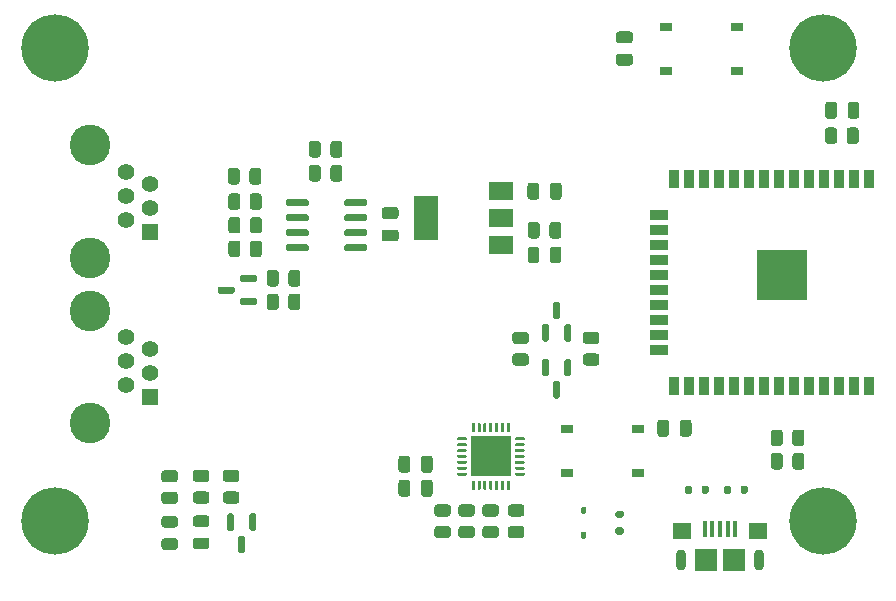
<source format=gbr>
G04 #@! TF.GenerationSoftware,KiCad,Pcbnew,7.0.2.1-36-g582732918d-dirty-deb11*
G04 #@! TF.CreationDate,2023-06-21T13:54:50+00:00*
G04 #@! TF.ProjectId,LocoBuffer,4c6f636f-4275-4666-9665-722e6b696361,rev?*
G04 #@! TF.SameCoordinates,Original*
G04 #@! TF.FileFunction,Soldermask,Top*
G04 #@! TF.FilePolarity,Negative*
%FSLAX46Y46*%
G04 Gerber Fmt 4.6, Leading zero omitted, Abs format (unit mm)*
G04 Created by KiCad (PCBNEW 7.0.2.1-36-g582732918d-dirty-deb11) date 2023-06-21 13:54:50*
%MOMM*%
%LPD*%
G01*
G04 APERTURE LIST*
%ADD10C,3.450000*%
%ADD11R,1.398000X1.398000*%
%ADD12C,1.398000*%
%ADD13R,1.000000X0.750000*%
%ADD14C,5.700000*%
%ADD15R,2.000000X1.500000*%
%ADD16R,2.000000X3.800000*%
%ADD17R,0.900000X1.500000*%
%ADD18R,1.500000X0.900000*%
%ADD19C,0.600000*%
%ADD20R,4.200000X4.200000*%
%ADD21R,3.350000X3.350000*%
%ADD22R,0.400000X1.350000*%
%ADD23R,1.600000X1.400000*%
%ADD24R,1.900000X1.900000*%
%ADD25O,0.900000X1.800000*%
G04 APERTURE END LIST*
G36*
G01*
X45160250Y-117480000D02*
X44247750Y-117480000D01*
G75*
G02*
X44004000Y-117236250I0J243750D01*
G01*
X44004000Y-116748750D01*
G75*
G02*
X44247750Y-116505000I243750J0D01*
G01*
X45160250Y-116505000D01*
G75*
G02*
X45404000Y-116748750I0J-243750D01*
G01*
X45404000Y-117236250D01*
G75*
G02*
X45160250Y-117480000I-243750J0D01*
G01*
G37*
G36*
G01*
X45160250Y-115605000D02*
X44247750Y-115605000D01*
G75*
G02*
X44004000Y-115361250I0J243750D01*
G01*
X44004000Y-114873750D01*
G75*
G02*
X44247750Y-114630000I243750J0D01*
G01*
X45160250Y-114630000D01*
G75*
G02*
X45404000Y-114873750I0J-243750D01*
G01*
X45404000Y-115361250D01*
G75*
G02*
X45160250Y-115605000I-243750J0D01*
G01*
G37*
D10*
X38000000Y-83237500D03*
X38000000Y-92762500D03*
D11*
X43080000Y-90540000D03*
D12*
X41050000Y-89524000D03*
X43080000Y-88508000D03*
X41048000Y-87492000D03*
X43080000Y-86476000D03*
X41050000Y-85460000D03*
D10*
X38000000Y-97237500D03*
X38000000Y-106762500D03*
D11*
X43080000Y-104540000D03*
D12*
X41050000Y-103524000D03*
X43080000Y-102508000D03*
X41048000Y-101492000D03*
X43080000Y-100476000D03*
X41050000Y-99460000D03*
G36*
G01*
X49679800Y-90447800D02*
X49679800Y-89547800D01*
G75*
G02*
X49929800Y-89297800I250000J0D01*
G01*
X50454800Y-89297800D01*
G75*
G02*
X50704800Y-89547800I0J-250000D01*
G01*
X50704800Y-90447800D01*
G75*
G02*
X50454800Y-90697800I-250000J0D01*
G01*
X49929800Y-90697800D01*
G75*
G02*
X49679800Y-90447800I0J250000D01*
G01*
G37*
G36*
G01*
X51504800Y-90447800D02*
X51504800Y-89547800D01*
G75*
G02*
X51754800Y-89297800I250000J0D01*
G01*
X52279800Y-89297800D01*
G75*
G02*
X52529800Y-89547800I0J-250000D01*
G01*
X52529800Y-90447800D01*
G75*
G02*
X52279800Y-90697800I-250000J0D01*
G01*
X51754800Y-90697800D01*
G75*
G02*
X51504800Y-90447800I0J250000D01*
G01*
G37*
G36*
G01*
X52529800Y-91548800D02*
X52529800Y-92448800D01*
G75*
G02*
X52279800Y-92698800I-250000J0D01*
G01*
X51754800Y-92698800D01*
G75*
G02*
X51504800Y-92448800I0J250000D01*
G01*
X51504800Y-91548800D01*
G75*
G02*
X51754800Y-91298800I250000J0D01*
G01*
X52279800Y-91298800D01*
G75*
G02*
X52529800Y-91548800I0J-250000D01*
G01*
G37*
G36*
G01*
X50704800Y-91548800D02*
X50704800Y-92448800D01*
G75*
G02*
X50454800Y-92698800I-250000J0D01*
G01*
X49929800Y-92698800D01*
G75*
G02*
X49679800Y-92448800I0J250000D01*
G01*
X49679800Y-91548800D01*
G75*
G02*
X49929800Y-91298800I250000J0D01*
G01*
X50454800Y-91298800D01*
G75*
G02*
X50704800Y-91548800I0J-250000D01*
G01*
G37*
G36*
G01*
X59337000Y-83116000D02*
X59337000Y-84016000D01*
G75*
G02*
X59087000Y-84266000I-250000J0D01*
G01*
X58562000Y-84266000D01*
G75*
G02*
X58312000Y-84016000I0J250000D01*
G01*
X58312000Y-83116000D01*
G75*
G02*
X58562000Y-82866000I250000J0D01*
G01*
X59087000Y-82866000D01*
G75*
G02*
X59337000Y-83116000I0J-250000D01*
G01*
G37*
G36*
G01*
X57512000Y-83116000D02*
X57512000Y-84016000D01*
G75*
G02*
X57262000Y-84266000I-250000J0D01*
G01*
X56737000Y-84266000D01*
G75*
G02*
X56487000Y-84016000I0J250000D01*
G01*
X56487000Y-83116000D01*
G75*
G02*
X56737000Y-82866000I250000J0D01*
G01*
X57262000Y-82866000D01*
G75*
G02*
X57512000Y-83116000I0J-250000D01*
G01*
G37*
G36*
G01*
X49662500Y-88450000D02*
X49662500Y-87550000D01*
G75*
G02*
X49912500Y-87300000I250000J0D01*
G01*
X50437500Y-87300000D01*
G75*
G02*
X50687500Y-87550000I0J-250000D01*
G01*
X50687500Y-88450000D01*
G75*
G02*
X50437500Y-88700000I-250000J0D01*
G01*
X49912500Y-88700000D01*
G75*
G02*
X49662500Y-88450000I0J250000D01*
G01*
G37*
G36*
G01*
X51487500Y-88450000D02*
X51487500Y-87550000D01*
G75*
G02*
X51737500Y-87300000I250000J0D01*
G01*
X52262500Y-87300000D01*
G75*
G02*
X52512500Y-87550000I0J-250000D01*
G01*
X52512500Y-88450000D01*
G75*
G02*
X52262500Y-88700000I-250000J0D01*
G01*
X51737500Y-88700000D01*
G75*
G02*
X51487500Y-88450000I0J250000D01*
G01*
G37*
G36*
G01*
X52479000Y-85402000D02*
X52479000Y-86302000D01*
G75*
G02*
X52229000Y-86552000I-250000J0D01*
G01*
X51704000Y-86552000D01*
G75*
G02*
X51454000Y-86302000I0J250000D01*
G01*
X51454000Y-85402000D01*
G75*
G02*
X51704000Y-85152000I250000J0D01*
G01*
X52229000Y-85152000D01*
G75*
G02*
X52479000Y-85402000I0J-250000D01*
G01*
G37*
G36*
G01*
X50654000Y-85402000D02*
X50654000Y-86302000D01*
G75*
G02*
X50404000Y-86552000I-250000J0D01*
G01*
X49879000Y-86552000D01*
G75*
G02*
X49629000Y-86302000I0J250000D01*
G01*
X49629000Y-85402000D01*
G75*
G02*
X49879000Y-85152000I250000J0D01*
G01*
X50404000Y-85152000D01*
G75*
G02*
X50654000Y-85402000I0J-250000D01*
G01*
G37*
G36*
G01*
X45154000Y-113591500D02*
X44254000Y-113591500D01*
G75*
G02*
X44004000Y-113341500I0J250000D01*
G01*
X44004000Y-112816500D01*
G75*
G02*
X44254000Y-112566500I250000J0D01*
G01*
X45154000Y-112566500D01*
G75*
G02*
X45404000Y-112816500I0J-250000D01*
G01*
X45404000Y-113341500D01*
G75*
G02*
X45154000Y-113591500I-250000J0D01*
G01*
G37*
G36*
G01*
X45154000Y-111766500D02*
X44254000Y-111766500D01*
G75*
G02*
X44004000Y-111516500I0J250000D01*
G01*
X44004000Y-110991500D01*
G75*
G02*
X44254000Y-110741500I250000J0D01*
G01*
X45154000Y-110741500D01*
G75*
G02*
X45404000Y-110991500I0J-250000D01*
G01*
X45404000Y-111516500D01*
G75*
G02*
X45154000Y-111766500I-250000J0D01*
G01*
G37*
G36*
G01*
X59337500Y-85148000D02*
X59337500Y-86048000D01*
G75*
G02*
X59087500Y-86298000I-250000J0D01*
G01*
X58562500Y-86298000D01*
G75*
G02*
X58312500Y-86048000I0J250000D01*
G01*
X58312500Y-85148000D01*
G75*
G02*
X58562500Y-84898000I250000J0D01*
G01*
X59087500Y-84898000D01*
G75*
G02*
X59337500Y-85148000I0J-250000D01*
G01*
G37*
G36*
G01*
X57512500Y-85148000D02*
X57512500Y-86048000D01*
G75*
G02*
X57262500Y-86298000I-250000J0D01*
G01*
X56737500Y-86298000D01*
G75*
G02*
X56487500Y-86048000I0J250000D01*
G01*
X56487500Y-85148000D01*
G75*
G02*
X56737500Y-84898000I250000J0D01*
G01*
X57262500Y-84898000D01*
G75*
G02*
X57512500Y-85148000I0J-250000D01*
G01*
G37*
G36*
G01*
X47821000Y-113566000D02*
X46921000Y-113566000D01*
G75*
G02*
X46671000Y-113316000I0J250000D01*
G01*
X46671000Y-112791000D01*
G75*
G02*
X46921000Y-112541000I250000J0D01*
G01*
X47821000Y-112541000D01*
G75*
G02*
X48071000Y-112791000I0J-250000D01*
G01*
X48071000Y-113316000D01*
G75*
G02*
X47821000Y-113566000I-250000J0D01*
G01*
G37*
G36*
G01*
X47821000Y-111741000D02*
X46921000Y-111741000D01*
G75*
G02*
X46671000Y-111491000I0J250000D01*
G01*
X46671000Y-110966000D01*
G75*
G02*
X46921000Y-110716000I250000J0D01*
G01*
X47821000Y-110716000D01*
G75*
G02*
X48071000Y-110966000I0J-250000D01*
G01*
X48071000Y-111491000D01*
G75*
G02*
X47821000Y-111741000I-250000J0D01*
G01*
G37*
G36*
G01*
X49461000Y-110716000D02*
X50361000Y-110716000D01*
G75*
G02*
X50611000Y-110966000I0J-250000D01*
G01*
X50611000Y-111491000D01*
G75*
G02*
X50361000Y-111741000I-250000J0D01*
G01*
X49461000Y-111741000D01*
G75*
G02*
X49211000Y-111491000I0J250000D01*
G01*
X49211000Y-110966000D01*
G75*
G02*
X49461000Y-110716000I250000J0D01*
G01*
G37*
G36*
G01*
X49461000Y-112541000D02*
X50361000Y-112541000D01*
G75*
G02*
X50611000Y-112791000I0J-250000D01*
G01*
X50611000Y-113316000D01*
G75*
G02*
X50361000Y-113566000I-250000J0D01*
G01*
X49461000Y-113566000D01*
G75*
G02*
X49211000Y-113316000I0J250000D01*
G01*
X49211000Y-112791000D01*
G75*
G02*
X49461000Y-112541000I250000J0D01*
G01*
G37*
G36*
G01*
X55781000Y-94038000D02*
X55781000Y-94938000D01*
G75*
G02*
X55531000Y-95188000I-250000J0D01*
G01*
X55006000Y-95188000D01*
G75*
G02*
X54756000Y-94938000I0J250000D01*
G01*
X54756000Y-94038000D01*
G75*
G02*
X55006000Y-93788000I250000J0D01*
G01*
X55531000Y-93788000D01*
G75*
G02*
X55781000Y-94038000I0J-250000D01*
G01*
G37*
G36*
G01*
X53956000Y-94038000D02*
X53956000Y-94938000D01*
G75*
G02*
X53706000Y-95188000I-250000J0D01*
G01*
X53181000Y-95188000D01*
G75*
G02*
X52931000Y-94938000I0J250000D01*
G01*
X52931000Y-94038000D01*
G75*
G02*
X53181000Y-93788000I250000J0D01*
G01*
X53706000Y-93788000D01*
G75*
G02*
X53956000Y-94038000I0J-250000D01*
G01*
G37*
G36*
G01*
X55781000Y-96038000D02*
X55781000Y-96938000D01*
G75*
G02*
X55531000Y-97188000I-250000J0D01*
G01*
X55006000Y-97188000D01*
G75*
G02*
X54756000Y-96938000I0J250000D01*
G01*
X54756000Y-96038000D01*
G75*
G02*
X55006000Y-95788000I250000J0D01*
G01*
X55531000Y-95788000D01*
G75*
G02*
X55781000Y-96038000I0J-250000D01*
G01*
G37*
G36*
G01*
X53956000Y-96038000D02*
X53956000Y-96938000D01*
G75*
G02*
X53706000Y-97188000I-250000J0D01*
G01*
X53181000Y-97188000D01*
G75*
G02*
X52931000Y-96938000I0J250000D01*
G01*
X52931000Y-96038000D01*
G75*
G02*
X53181000Y-95788000I250000J0D01*
G01*
X53706000Y-95788000D01*
G75*
G02*
X53956000Y-96038000I0J-250000D01*
G01*
G37*
D13*
X86710000Y-73212000D03*
X92710000Y-73212000D03*
X86710000Y-76962000D03*
X92710000Y-76962000D03*
G36*
G01*
X54550000Y-88245000D02*
X54550000Y-87945000D01*
G75*
G02*
X54700000Y-87795000I150000J0D01*
G01*
X56350000Y-87795000D01*
G75*
G02*
X56500000Y-87945000I0J-150000D01*
G01*
X56500000Y-88245000D01*
G75*
G02*
X56350000Y-88395000I-150000J0D01*
G01*
X54700000Y-88395000D01*
G75*
G02*
X54550000Y-88245000I0J150000D01*
G01*
G37*
G36*
G01*
X54550000Y-89515000D02*
X54550000Y-89215000D01*
G75*
G02*
X54700000Y-89065000I150000J0D01*
G01*
X56350000Y-89065000D01*
G75*
G02*
X56500000Y-89215000I0J-150000D01*
G01*
X56500000Y-89515000D01*
G75*
G02*
X56350000Y-89665000I-150000J0D01*
G01*
X54700000Y-89665000D01*
G75*
G02*
X54550000Y-89515000I0J150000D01*
G01*
G37*
G36*
G01*
X54550000Y-90785000D02*
X54550000Y-90485000D01*
G75*
G02*
X54700000Y-90335000I150000J0D01*
G01*
X56350000Y-90335000D01*
G75*
G02*
X56500000Y-90485000I0J-150000D01*
G01*
X56500000Y-90785000D01*
G75*
G02*
X56350000Y-90935000I-150000J0D01*
G01*
X54700000Y-90935000D01*
G75*
G02*
X54550000Y-90785000I0J150000D01*
G01*
G37*
G36*
G01*
X54550000Y-92055000D02*
X54550000Y-91755000D01*
G75*
G02*
X54700000Y-91605000I150000J0D01*
G01*
X56350000Y-91605000D01*
G75*
G02*
X56500000Y-91755000I0J-150000D01*
G01*
X56500000Y-92055000D01*
G75*
G02*
X56350000Y-92205000I-150000J0D01*
G01*
X54700000Y-92205000D01*
G75*
G02*
X54550000Y-92055000I0J150000D01*
G01*
G37*
G36*
G01*
X59500000Y-92055000D02*
X59500000Y-91755000D01*
G75*
G02*
X59650000Y-91605000I150000J0D01*
G01*
X61300000Y-91605000D01*
G75*
G02*
X61450000Y-91755000I0J-150000D01*
G01*
X61450000Y-92055000D01*
G75*
G02*
X61300000Y-92205000I-150000J0D01*
G01*
X59650000Y-92205000D01*
G75*
G02*
X59500000Y-92055000I0J150000D01*
G01*
G37*
G36*
G01*
X59500000Y-90785000D02*
X59500000Y-90485000D01*
G75*
G02*
X59650000Y-90335000I150000J0D01*
G01*
X61300000Y-90335000D01*
G75*
G02*
X61450000Y-90485000I0J-150000D01*
G01*
X61450000Y-90785000D01*
G75*
G02*
X61300000Y-90935000I-150000J0D01*
G01*
X59650000Y-90935000D01*
G75*
G02*
X59500000Y-90785000I0J150000D01*
G01*
G37*
G36*
G01*
X59500000Y-89515000D02*
X59500000Y-89215000D01*
G75*
G02*
X59650000Y-89065000I150000J0D01*
G01*
X61300000Y-89065000D01*
G75*
G02*
X61450000Y-89215000I0J-150000D01*
G01*
X61450000Y-89515000D01*
G75*
G02*
X61300000Y-89665000I-150000J0D01*
G01*
X59650000Y-89665000D01*
G75*
G02*
X59500000Y-89515000I0J150000D01*
G01*
G37*
G36*
G01*
X59500000Y-88245000D02*
X59500000Y-87945000D01*
G75*
G02*
X59650000Y-87795000I150000J0D01*
G01*
X61300000Y-87795000D01*
G75*
G02*
X61450000Y-87945000I0J-150000D01*
G01*
X61450000Y-88245000D01*
G75*
G02*
X61300000Y-88395000I-150000J0D01*
G01*
X59650000Y-88395000D01*
G75*
G02*
X59500000Y-88245000I0J150000D01*
G01*
G37*
D14*
X35000000Y-75000000D03*
X35000000Y-115000000D03*
X100000000Y-115000000D03*
X100000000Y-75000000D03*
G36*
G01*
X47827250Y-117424500D02*
X46914750Y-117424500D01*
G75*
G02*
X46671000Y-117180750I0J243750D01*
G01*
X46671000Y-116693250D01*
G75*
G02*
X46914750Y-116449500I243750J0D01*
G01*
X47827250Y-116449500D01*
G75*
G02*
X48071000Y-116693250I0J-243750D01*
G01*
X48071000Y-117180750D01*
G75*
G02*
X47827250Y-117424500I-243750J0D01*
G01*
G37*
G36*
G01*
X47827250Y-115549500D02*
X46914750Y-115549500D01*
G75*
G02*
X46671000Y-115305750I0J243750D01*
G01*
X46671000Y-114818250D01*
G75*
G02*
X46914750Y-114574500I243750J0D01*
G01*
X47827250Y-114574500D01*
G75*
G02*
X48071000Y-114818250I0J-243750D01*
G01*
X48071000Y-115305750D01*
G75*
G02*
X47827250Y-115549500I-243750J0D01*
G01*
G37*
G36*
G01*
X51600000Y-114403000D02*
X51900000Y-114403000D01*
G75*
G02*
X52050000Y-114553000I0J-150000D01*
G01*
X52050000Y-115728000D01*
G75*
G02*
X51900000Y-115878000I-150000J0D01*
G01*
X51600000Y-115878000D01*
G75*
G02*
X51450000Y-115728000I0J150000D01*
G01*
X51450000Y-114553000D01*
G75*
G02*
X51600000Y-114403000I150000J0D01*
G01*
G37*
G36*
G01*
X49700000Y-114403000D02*
X50000000Y-114403000D01*
G75*
G02*
X50150000Y-114553000I0J-150000D01*
G01*
X50150000Y-115728000D01*
G75*
G02*
X50000000Y-115878000I-150000J0D01*
G01*
X49700000Y-115878000D01*
G75*
G02*
X49550000Y-115728000I0J150000D01*
G01*
X49550000Y-114553000D01*
G75*
G02*
X49700000Y-114403000I150000J0D01*
G01*
G37*
G36*
G01*
X50650000Y-116278000D02*
X50950000Y-116278000D01*
G75*
G02*
X51100000Y-116428000I0J-150000D01*
G01*
X51100000Y-117603000D01*
G75*
G02*
X50950000Y-117753000I-150000J0D01*
G01*
X50650000Y-117753000D01*
G75*
G02*
X50500000Y-117603000I0J150000D01*
G01*
X50500000Y-116428000D01*
G75*
G02*
X50650000Y-116278000I150000J0D01*
G01*
G37*
G36*
G01*
X52118500Y-96288000D02*
X52118500Y-96588000D01*
G75*
G02*
X51968500Y-96738000I-150000J0D01*
G01*
X50793500Y-96738000D01*
G75*
G02*
X50643500Y-96588000I0J150000D01*
G01*
X50643500Y-96288000D01*
G75*
G02*
X50793500Y-96138000I150000J0D01*
G01*
X51968500Y-96138000D01*
G75*
G02*
X52118500Y-96288000I0J-150000D01*
G01*
G37*
G36*
G01*
X52118500Y-94388000D02*
X52118500Y-94688000D01*
G75*
G02*
X51968500Y-94838000I-150000J0D01*
G01*
X50793500Y-94838000D01*
G75*
G02*
X50643500Y-94688000I0J150000D01*
G01*
X50643500Y-94388000D01*
G75*
G02*
X50793500Y-94238000I150000J0D01*
G01*
X51968500Y-94238000D01*
G75*
G02*
X52118500Y-94388000I0J-150000D01*
G01*
G37*
G36*
G01*
X50243500Y-95338000D02*
X50243500Y-95638000D01*
G75*
G02*
X50093500Y-95788000I-150000J0D01*
G01*
X48918500Y-95788000D01*
G75*
G02*
X48768500Y-95638000I0J150000D01*
G01*
X48768500Y-95338000D01*
G75*
G02*
X48918500Y-95188000I150000J0D01*
G01*
X50093500Y-95188000D01*
G75*
G02*
X50243500Y-95338000I0J-150000D01*
G01*
G37*
D15*
X72746000Y-91708000D03*
X72746000Y-89408000D03*
D16*
X66446000Y-89408000D03*
D15*
X72746000Y-87108000D03*
G36*
G01*
X77879000Y-89974000D02*
X77879000Y-90874000D01*
G75*
G02*
X77629000Y-91124000I-250000J0D01*
G01*
X77104000Y-91124000D01*
G75*
G02*
X76854000Y-90874000I0J250000D01*
G01*
X76854000Y-89974000D01*
G75*
G02*
X77104000Y-89724000I250000J0D01*
G01*
X77629000Y-89724000D01*
G75*
G02*
X77879000Y-89974000I0J-250000D01*
G01*
G37*
G36*
G01*
X76054000Y-89974000D02*
X76054000Y-90874000D01*
G75*
G02*
X75804000Y-91124000I-250000J0D01*
G01*
X75279000Y-91124000D01*
G75*
G02*
X75029000Y-90874000I0J250000D01*
G01*
X75029000Y-89974000D01*
G75*
G02*
X75279000Y-89724000I250000J0D01*
G01*
X75804000Y-89724000D01*
G75*
G02*
X76054000Y-89974000I0J-250000D01*
G01*
G37*
G36*
G01*
X75004000Y-87597000D02*
X75004000Y-86647000D01*
G75*
G02*
X75254000Y-86397000I250000J0D01*
G01*
X75754000Y-86397000D01*
G75*
G02*
X76004000Y-86647000I0J-250000D01*
G01*
X76004000Y-87597000D01*
G75*
G02*
X75754000Y-87847000I-250000J0D01*
G01*
X75254000Y-87847000D01*
G75*
G02*
X75004000Y-87597000I0J250000D01*
G01*
G37*
G36*
G01*
X76904000Y-87597000D02*
X76904000Y-86647000D01*
G75*
G02*
X77154000Y-86397000I250000J0D01*
G01*
X77654000Y-86397000D01*
G75*
G02*
X77904000Y-86647000I0J-250000D01*
G01*
X77904000Y-87597000D01*
G75*
G02*
X77654000Y-87847000I-250000J0D01*
G01*
X77154000Y-87847000D01*
G75*
G02*
X76904000Y-87597000I0J250000D01*
G01*
G37*
G36*
G01*
X98453000Y-109532000D02*
X98453000Y-110432000D01*
G75*
G02*
X98203000Y-110682000I-250000J0D01*
G01*
X97678000Y-110682000D01*
G75*
G02*
X97428000Y-110432000I0J250000D01*
G01*
X97428000Y-109532000D01*
G75*
G02*
X97678000Y-109282000I250000J0D01*
G01*
X98203000Y-109282000D01*
G75*
G02*
X98453000Y-109532000I0J-250000D01*
G01*
G37*
G36*
G01*
X96628000Y-109532000D02*
X96628000Y-110432000D01*
G75*
G02*
X96378000Y-110682000I-250000J0D01*
G01*
X95853000Y-110682000D01*
G75*
G02*
X95603000Y-110432000I0J250000D01*
G01*
X95603000Y-109532000D01*
G75*
G02*
X95853000Y-109282000I250000J0D01*
G01*
X96378000Y-109282000D01*
G75*
G02*
X96628000Y-109532000I0J-250000D01*
G01*
G37*
G36*
G01*
X78270000Y-101322000D02*
X78570000Y-101322000D01*
G75*
G02*
X78720000Y-101472000I0J-150000D01*
G01*
X78720000Y-102647000D01*
G75*
G02*
X78570000Y-102797000I-150000J0D01*
G01*
X78270000Y-102797000D01*
G75*
G02*
X78120000Y-102647000I0J150000D01*
G01*
X78120000Y-101472000D01*
G75*
G02*
X78270000Y-101322000I150000J0D01*
G01*
G37*
G36*
G01*
X76370000Y-101322000D02*
X76670000Y-101322000D01*
G75*
G02*
X76820000Y-101472000I0J-150000D01*
G01*
X76820000Y-102647000D01*
G75*
G02*
X76670000Y-102797000I-150000J0D01*
G01*
X76370000Y-102797000D01*
G75*
G02*
X76220000Y-102647000I0J150000D01*
G01*
X76220000Y-101472000D01*
G75*
G02*
X76370000Y-101322000I150000J0D01*
G01*
G37*
G36*
G01*
X77320000Y-103197000D02*
X77620000Y-103197000D01*
G75*
G02*
X77770000Y-103347000I0J-150000D01*
G01*
X77770000Y-104522000D01*
G75*
G02*
X77620000Y-104672000I-150000J0D01*
G01*
X77320000Y-104672000D01*
G75*
G02*
X77170000Y-104522000I0J150000D01*
G01*
X77170000Y-103347000D01*
G75*
G02*
X77320000Y-103197000I150000J0D01*
G01*
G37*
G36*
G01*
X82735000Y-73587000D02*
X83685000Y-73587000D01*
G75*
G02*
X83935000Y-73837000I0J-250000D01*
G01*
X83935000Y-74337000D01*
G75*
G02*
X83685000Y-74587000I-250000J0D01*
G01*
X82735000Y-74587000D01*
G75*
G02*
X82485000Y-74337000I0J250000D01*
G01*
X82485000Y-73837000D01*
G75*
G02*
X82735000Y-73587000I250000J0D01*
G01*
G37*
G36*
G01*
X82735000Y-75487000D02*
X83685000Y-75487000D01*
G75*
G02*
X83935000Y-75737000I0J-250000D01*
G01*
X83935000Y-76237000D01*
G75*
G02*
X83685000Y-76487000I-250000J0D01*
G01*
X82735000Y-76487000D01*
G75*
G02*
X82485000Y-76237000I0J250000D01*
G01*
X82485000Y-75737000D01*
G75*
G02*
X82735000Y-75487000I250000J0D01*
G01*
G37*
G36*
G01*
X73972000Y-99032000D02*
X74872000Y-99032000D01*
G75*
G02*
X75122000Y-99282000I0J-250000D01*
G01*
X75122000Y-99807000D01*
G75*
G02*
X74872000Y-100057000I-250000J0D01*
G01*
X73972000Y-100057000D01*
G75*
G02*
X73722000Y-99807000I0J250000D01*
G01*
X73722000Y-99282000D01*
G75*
G02*
X73972000Y-99032000I250000J0D01*
G01*
G37*
G36*
G01*
X73972000Y-100857000D02*
X74872000Y-100857000D01*
G75*
G02*
X75122000Y-101107000I0J-250000D01*
G01*
X75122000Y-101632000D01*
G75*
G02*
X74872000Y-101882000I-250000J0D01*
G01*
X73972000Y-101882000D01*
G75*
G02*
X73722000Y-101632000I0J250000D01*
G01*
X73722000Y-101107000D01*
G75*
G02*
X73972000Y-100857000I250000J0D01*
G01*
G37*
G36*
G01*
X69400000Y-113637000D02*
X70300000Y-113637000D01*
G75*
G02*
X70550000Y-113887000I0J-250000D01*
G01*
X70550000Y-114412000D01*
G75*
G02*
X70300000Y-114662000I-250000J0D01*
G01*
X69400000Y-114662000D01*
G75*
G02*
X69150000Y-114412000I0J250000D01*
G01*
X69150000Y-113887000D01*
G75*
G02*
X69400000Y-113637000I250000J0D01*
G01*
G37*
G36*
G01*
X69400000Y-115462000D02*
X70300000Y-115462000D01*
G75*
G02*
X70550000Y-115712000I0J-250000D01*
G01*
X70550000Y-116237000D01*
G75*
G02*
X70300000Y-116487000I-250000J0D01*
G01*
X69400000Y-116487000D01*
G75*
G02*
X69150000Y-116237000I0J250000D01*
G01*
X69150000Y-115712000D01*
G75*
G02*
X69400000Y-115462000I250000J0D01*
G01*
G37*
G36*
G01*
X74491000Y-116487000D02*
X73591000Y-116487000D01*
G75*
G02*
X73341000Y-116237000I0J250000D01*
G01*
X73341000Y-115712000D01*
G75*
G02*
X73591000Y-115462000I250000J0D01*
G01*
X74491000Y-115462000D01*
G75*
G02*
X74741000Y-115712000I0J-250000D01*
G01*
X74741000Y-116237000D01*
G75*
G02*
X74491000Y-116487000I-250000J0D01*
G01*
G37*
G36*
G01*
X74491000Y-114662000D02*
X73591000Y-114662000D01*
G75*
G02*
X73341000Y-114412000I0J250000D01*
G01*
X73341000Y-113887000D01*
G75*
G02*
X73591000Y-113637000I250000J0D01*
G01*
X74491000Y-113637000D01*
G75*
G02*
X74741000Y-113887000I0J-250000D01*
G01*
X74741000Y-114412000D01*
G75*
G02*
X74491000Y-114662000I-250000J0D01*
G01*
G37*
G36*
G01*
X62898000Y-88466000D02*
X63848000Y-88466000D01*
G75*
G02*
X64098000Y-88716000I0J-250000D01*
G01*
X64098000Y-89216000D01*
G75*
G02*
X63848000Y-89466000I-250000J0D01*
G01*
X62898000Y-89466000D01*
G75*
G02*
X62648000Y-89216000I0J250000D01*
G01*
X62648000Y-88716000D01*
G75*
G02*
X62898000Y-88466000I250000J0D01*
G01*
G37*
G36*
G01*
X62898000Y-90366000D02*
X63848000Y-90366000D01*
G75*
G02*
X64098000Y-90616000I0J-250000D01*
G01*
X64098000Y-91116000D01*
G75*
G02*
X63848000Y-91366000I-250000J0D01*
G01*
X62898000Y-91366000D01*
G75*
G02*
X62648000Y-91116000I0J250000D01*
G01*
X62648000Y-90616000D01*
G75*
G02*
X62898000Y-90366000I250000J0D01*
G01*
G37*
D17*
X103926000Y-86119000D03*
X102656000Y-86119000D03*
X101386000Y-86119000D03*
X100116000Y-86119000D03*
X98846000Y-86119000D03*
X97576000Y-86119000D03*
X96306000Y-86119000D03*
X95036000Y-86119000D03*
X93766000Y-86119000D03*
X92496000Y-86119000D03*
X91226000Y-86119000D03*
X89956000Y-86119000D03*
X88686000Y-86119000D03*
X87416000Y-86119000D03*
D18*
X86166000Y-89159000D03*
X86166000Y-90429000D03*
X86166000Y-91699000D03*
X86166000Y-92969000D03*
X86166000Y-94239000D03*
X86166000Y-95509000D03*
X86166000Y-96779000D03*
X86166000Y-98049000D03*
X86166000Y-99319000D03*
X86166000Y-100589000D03*
D17*
X87416000Y-103619000D03*
X88686000Y-103619000D03*
X89956000Y-103619000D03*
X91226000Y-103619000D03*
X92496000Y-103619000D03*
X93766000Y-103619000D03*
X95036000Y-103619000D03*
X96306000Y-103619000D03*
X97576000Y-103619000D03*
X98846000Y-103619000D03*
X100116000Y-103619000D03*
X101386000Y-103619000D03*
X102656000Y-103619000D03*
X103926000Y-103619000D03*
D19*
X97348500Y-92664000D03*
X95823500Y-92664000D03*
X98111000Y-93426500D03*
X96586000Y-93426500D03*
X95061000Y-93426500D03*
X97348500Y-94189000D03*
D20*
X96586000Y-94189000D03*
D19*
X95823500Y-94189000D03*
X98111000Y-94951500D03*
X96586000Y-94951500D03*
X95061000Y-94951500D03*
X97348500Y-95714000D03*
X95823500Y-95714000D03*
G36*
G01*
X95603000Y-108450000D02*
X95603000Y-107550000D01*
G75*
G02*
X95853000Y-107300000I250000J0D01*
G01*
X96378000Y-107300000D01*
G75*
G02*
X96628000Y-107550000I0J-250000D01*
G01*
X96628000Y-108450000D01*
G75*
G02*
X96378000Y-108700000I-250000J0D01*
G01*
X95853000Y-108700000D01*
G75*
G02*
X95603000Y-108450000I0J250000D01*
G01*
G37*
G36*
G01*
X97428000Y-108450000D02*
X97428000Y-107550000D01*
G75*
G02*
X97678000Y-107300000I250000J0D01*
G01*
X98203000Y-107300000D01*
G75*
G02*
X98453000Y-107550000I0J-250000D01*
G01*
X98453000Y-108450000D01*
G75*
G02*
X98203000Y-108700000I-250000J0D01*
G01*
X97678000Y-108700000D01*
G75*
G02*
X97428000Y-108450000I0J250000D01*
G01*
G37*
G36*
G01*
X68268000Y-116487000D02*
X67368000Y-116487000D01*
G75*
G02*
X67118000Y-116237000I0J250000D01*
G01*
X67118000Y-115712000D01*
G75*
G02*
X67368000Y-115462000I250000J0D01*
G01*
X68268000Y-115462000D01*
G75*
G02*
X68518000Y-115712000I0J-250000D01*
G01*
X68518000Y-116237000D01*
G75*
G02*
X68268000Y-116487000I-250000J0D01*
G01*
G37*
G36*
G01*
X68268000Y-114662000D02*
X67368000Y-114662000D01*
G75*
G02*
X67118000Y-114412000I0J250000D01*
G01*
X67118000Y-113887000D01*
G75*
G02*
X67368000Y-113637000I250000J0D01*
G01*
X68268000Y-113637000D01*
G75*
G02*
X68518000Y-113887000I0J-250000D01*
G01*
X68518000Y-114412000D01*
G75*
G02*
X68268000Y-114662000I-250000J0D01*
G01*
G37*
G36*
G01*
X76670000Y-99846000D02*
X76370000Y-99846000D01*
G75*
G02*
X76220000Y-99696000I0J150000D01*
G01*
X76220000Y-98521000D01*
G75*
G02*
X76370000Y-98371000I150000J0D01*
G01*
X76670000Y-98371000D01*
G75*
G02*
X76820000Y-98521000I0J-150000D01*
G01*
X76820000Y-99696000D01*
G75*
G02*
X76670000Y-99846000I-150000J0D01*
G01*
G37*
G36*
G01*
X78570000Y-99846000D02*
X78270000Y-99846000D01*
G75*
G02*
X78120000Y-99696000I0J150000D01*
G01*
X78120000Y-98521000D01*
G75*
G02*
X78270000Y-98371000I150000J0D01*
G01*
X78570000Y-98371000D01*
G75*
G02*
X78720000Y-98521000I0J-150000D01*
G01*
X78720000Y-99696000D01*
G75*
G02*
X78570000Y-99846000I-150000J0D01*
G01*
G37*
G36*
G01*
X77620000Y-97971000D02*
X77320000Y-97971000D01*
G75*
G02*
X77170000Y-97821000I0J150000D01*
G01*
X77170000Y-96646000D01*
G75*
G02*
X77320000Y-96496000I150000J0D01*
G01*
X77620000Y-96496000D01*
G75*
G02*
X77770000Y-96646000I0J-150000D01*
G01*
X77770000Y-97821000D01*
G75*
G02*
X77620000Y-97971000I-150000J0D01*
G01*
G37*
G36*
G01*
X69055000Y-108140500D02*
X69055000Y-108015500D01*
G75*
G02*
X69117500Y-107953000I62500J0D01*
G01*
X69792500Y-107953000D01*
G75*
G02*
X69855000Y-108015500I0J-62500D01*
G01*
X69855000Y-108140500D01*
G75*
G02*
X69792500Y-108203000I-62500J0D01*
G01*
X69117500Y-108203000D01*
G75*
G02*
X69055000Y-108140500I0J62500D01*
G01*
G37*
G36*
G01*
X69055000Y-108640500D02*
X69055000Y-108515500D01*
G75*
G02*
X69117500Y-108453000I62500J0D01*
G01*
X69792500Y-108453000D01*
G75*
G02*
X69855000Y-108515500I0J-62500D01*
G01*
X69855000Y-108640500D01*
G75*
G02*
X69792500Y-108703000I-62500J0D01*
G01*
X69117500Y-108703000D01*
G75*
G02*
X69055000Y-108640500I0J62500D01*
G01*
G37*
G36*
G01*
X69055000Y-109140500D02*
X69055000Y-109015500D01*
G75*
G02*
X69117500Y-108953000I62500J0D01*
G01*
X69792500Y-108953000D01*
G75*
G02*
X69855000Y-109015500I0J-62500D01*
G01*
X69855000Y-109140500D01*
G75*
G02*
X69792500Y-109203000I-62500J0D01*
G01*
X69117500Y-109203000D01*
G75*
G02*
X69055000Y-109140500I0J62500D01*
G01*
G37*
G36*
G01*
X69055000Y-109640500D02*
X69055000Y-109515500D01*
G75*
G02*
X69117500Y-109453000I62500J0D01*
G01*
X69792500Y-109453000D01*
G75*
G02*
X69855000Y-109515500I0J-62500D01*
G01*
X69855000Y-109640500D01*
G75*
G02*
X69792500Y-109703000I-62500J0D01*
G01*
X69117500Y-109703000D01*
G75*
G02*
X69055000Y-109640500I0J62500D01*
G01*
G37*
G36*
G01*
X69055000Y-110140500D02*
X69055000Y-110015500D01*
G75*
G02*
X69117500Y-109953000I62500J0D01*
G01*
X69792500Y-109953000D01*
G75*
G02*
X69855000Y-110015500I0J-62500D01*
G01*
X69855000Y-110140500D01*
G75*
G02*
X69792500Y-110203000I-62500J0D01*
G01*
X69117500Y-110203000D01*
G75*
G02*
X69055000Y-110140500I0J62500D01*
G01*
G37*
G36*
G01*
X69055000Y-110640500D02*
X69055000Y-110515500D01*
G75*
G02*
X69117500Y-110453000I62500J0D01*
G01*
X69792500Y-110453000D01*
G75*
G02*
X69855000Y-110515500I0J-62500D01*
G01*
X69855000Y-110640500D01*
G75*
G02*
X69792500Y-110703000I-62500J0D01*
G01*
X69117500Y-110703000D01*
G75*
G02*
X69055000Y-110640500I0J62500D01*
G01*
G37*
G36*
G01*
X69055000Y-111140500D02*
X69055000Y-111015500D01*
G75*
G02*
X69117500Y-110953000I62500J0D01*
G01*
X69792500Y-110953000D01*
G75*
G02*
X69855000Y-111015500I0J-62500D01*
G01*
X69855000Y-111140500D01*
G75*
G02*
X69792500Y-111203000I-62500J0D01*
G01*
X69117500Y-111203000D01*
G75*
G02*
X69055000Y-111140500I0J62500D01*
G01*
G37*
G36*
G01*
X70280000Y-112365500D02*
X70280000Y-111690500D01*
G75*
G02*
X70342500Y-111628000I62500J0D01*
G01*
X70467500Y-111628000D01*
G75*
G02*
X70530000Y-111690500I0J-62500D01*
G01*
X70530000Y-112365500D01*
G75*
G02*
X70467500Y-112428000I-62500J0D01*
G01*
X70342500Y-112428000D01*
G75*
G02*
X70280000Y-112365500I0J62500D01*
G01*
G37*
G36*
G01*
X70780000Y-112365500D02*
X70780000Y-111690500D01*
G75*
G02*
X70842500Y-111628000I62500J0D01*
G01*
X70967500Y-111628000D01*
G75*
G02*
X71030000Y-111690500I0J-62500D01*
G01*
X71030000Y-112365500D01*
G75*
G02*
X70967500Y-112428000I-62500J0D01*
G01*
X70842500Y-112428000D01*
G75*
G02*
X70780000Y-112365500I0J62500D01*
G01*
G37*
G36*
G01*
X71280000Y-112365500D02*
X71280000Y-111690500D01*
G75*
G02*
X71342500Y-111628000I62500J0D01*
G01*
X71467500Y-111628000D01*
G75*
G02*
X71530000Y-111690500I0J-62500D01*
G01*
X71530000Y-112365500D01*
G75*
G02*
X71467500Y-112428000I-62500J0D01*
G01*
X71342500Y-112428000D01*
G75*
G02*
X71280000Y-112365500I0J62500D01*
G01*
G37*
G36*
G01*
X71780000Y-112365500D02*
X71780000Y-111690500D01*
G75*
G02*
X71842500Y-111628000I62500J0D01*
G01*
X71967500Y-111628000D01*
G75*
G02*
X72030000Y-111690500I0J-62500D01*
G01*
X72030000Y-112365500D01*
G75*
G02*
X71967500Y-112428000I-62500J0D01*
G01*
X71842500Y-112428000D01*
G75*
G02*
X71780000Y-112365500I0J62500D01*
G01*
G37*
G36*
G01*
X72280000Y-112365500D02*
X72280000Y-111690500D01*
G75*
G02*
X72342500Y-111628000I62500J0D01*
G01*
X72467500Y-111628000D01*
G75*
G02*
X72530000Y-111690500I0J-62500D01*
G01*
X72530000Y-112365500D01*
G75*
G02*
X72467500Y-112428000I-62500J0D01*
G01*
X72342500Y-112428000D01*
G75*
G02*
X72280000Y-112365500I0J62500D01*
G01*
G37*
G36*
G01*
X72780000Y-112365500D02*
X72780000Y-111690500D01*
G75*
G02*
X72842500Y-111628000I62500J0D01*
G01*
X72967500Y-111628000D01*
G75*
G02*
X73030000Y-111690500I0J-62500D01*
G01*
X73030000Y-112365500D01*
G75*
G02*
X72967500Y-112428000I-62500J0D01*
G01*
X72842500Y-112428000D01*
G75*
G02*
X72780000Y-112365500I0J62500D01*
G01*
G37*
G36*
G01*
X73280000Y-112365500D02*
X73280000Y-111690500D01*
G75*
G02*
X73342500Y-111628000I62500J0D01*
G01*
X73467500Y-111628000D01*
G75*
G02*
X73530000Y-111690500I0J-62500D01*
G01*
X73530000Y-112365500D01*
G75*
G02*
X73467500Y-112428000I-62500J0D01*
G01*
X73342500Y-112428000D01*
G75*
G02*
X73280000Y-112365500I0J62500D01*
G01*
G37*
G36*
G01*
X73955000Y-111140500D02*
X73955000Y-111015500D01*
G75*
G02*
X74017500Y-110953000I62500J0D01*
G01*
X74692500Y-110953000D01*
G75*
G02*
X74755000Y-111015500I0J-62500D01*
G01*
X74755000Y-111140500D01*
G75*
G02*
X74692500Y-111203000I-62500J0D01*
G01*
X74017500Y-111203000D01*
G75*
G02*
X73955000Y-111140500I0J62500D01*
G01*
G37*
G36*
G01*
X73955000Y-110640500D02*
X73955000Y-110515500D01*
G75*
G02*
X74017500Y-110453000I62500J0D01*
G01*
X74692500Y-110453000D01*
G75*
G02*
X74755000Y-110515500I0J-62500D01*
G01*
X74755000Y-110640500D01*
G75*
G02*
X74692500Y-110703000I-62500J0D01*
G01*
X74017500Y-110703000D01*
G75*
G02*
X73955000Y-110640500I0J62500D01*
G01*
G37*
G36*
G01*
X73955000Y-110140500D02*
X73955000Y-110015500D01*
G75*
G02*
X74017500Y-109953000I62500J0D01*
G01*
X74692500Y-109953000D01*
G75*
G02*
X74755000Y-110015500I0J-62500D01*
G01*
X74755000Y-110140500D01*
G75*
G02*
X74692500Y-110203000I-62500J0D01*
G01*
X74017500Y-110203000D01*
G75*
G02*
X73955000Y-110140500I0J62500D01*
G01*
G37*
G36*
G01*
X73955000Y-109640500D02*
X73955000Y-109515500D01*
G75*
G02*
X74017500Y-109453000I62500J0D01*
G01*
X74692500Y-109453000D01*
G75*
G02*
X74755000Y-109515500I0J-62500D01*
G01*
X74755000Y-109640500D01*
G75*
G02*
X74692500Y-109703000I-62500J0D01*
G01*
X74017500Y-109703000D01*
G75*
G02*
X73955000Y-109640500I0J62500D01*
G01*
G37*
G36*
G01*
X73955000Y-109140500D02*
X73955000Y-109015500D01*
G75*
G02*
X74017500Y-108953000I62500J0D01*
G01*
X74692500Y-108953000D01*
G75*
G02*
X74755000Y-109015500I0J-62500D01*
G01*
X74755000Y-109140500D01*
G75*
G02*
X74692500Y-109203000I-62500J0D01*
G01*
X74017500Y-109203000D01*
G75*
G02*
X73955000Y-109140500I0J62500D01*
G01*
G37*
G36*
G01*
X73955000Y-108640500D02*
X73955000Y-108515500D01*
G75*
G02*
X74017500Y-108453000I62500J0D01*
G01*
X74692500Y-108453000D01*
G75*
G02*
X74755000Y-108515500I0J-62500D01*
G01*
X74755000Y-108640500D01*
G75*
G02*
X74692500Y-108703000I-62500J0D01*
G01*
X74017500Y-108703000D01*
G75*
G02*
X73955000Y-108640500I0J62500D01*
G01*
G37*
G36*
G01*
X73955000Y-108140500D02*
X73955000Y-108015500D01*
G75*
G02*
X74017500Y-107953000I62500J0D01*
G01*
X74692500Y-107953000D01*
G75*
G02*
X74755000Y-108015500I0J-62500D01*
G01*
X74755000Y-108140500D01*
G75*
G02*
X74692500Y-108203000I-62500J0D01*
G01*
X74017500Y-108203000D01*
G75*
G02*
X73955000Y-108140500I0J62500D01*
G01*
G37*
G36*
G01*
X73280000Y-107465500D02*
X73280000Y-106790500D01*
G75*
G02*
X73342500Y-106728000I62500J0D01*
G01*
X73467500Y-106728000D01*
G75*
G02*
X73530000Y-106790500I0J-62500D01*
G01*
X73530000Y-107465500D01*
G75*
G02*
X73467500Y-107528000I-62500J0D01*
G01*
X73342500Y-107528000D01*
G75*
G02*
X73280000Y-107465500I0J62500D01*
G01*
G37*
G36*
G01*
X72780000Y-107465500D02*
X72780000Y-106790500D01*
G75*
G02*
X72842500Y-106728000I62500J0D01*
G01*
X72967500Y-106728000D01*
G75*
G02*
X73030000Y-106790500I0J-62500D01*
G01*
X73030000Y-107465500D01*
G75*
G02*
X72967500Y-107528000I-62500J0D01*
G01*
X72842500Y-107528000D01*
G75*
G02*
X72780000Y-107465500I0J62500D01*
G01*
G37*
G36*
G01*
X72280000Y-107465500D02*
X72280000Y-106790500D01*
G75*
G02*
X72342500Y-106728000I62500J0D01*
G01*
X72467500Y-106728000D01*
G75*
G02*
X72530000Y-106790500I0J-62500D01*
G01*
X72530000Y-107465500D01*
G75*
G02*
X72467500Y-107528000I-62500J0D01*
G01*
X72342500Y-107528000D01*
G75*
G02*
X72280000Y-107465500I0J62500D01*
G01*
G37*
G36*
G01*
X71780000Y-107465500D02*
X71780000Y-106790500D01*
G75*
G02*
X71842500Y-106728000I62500J0D01*
G01*
X71967500Y-106728000D01*
G75*
G02*
X72030000Y-106790500I0J-62500D01*
G01*
X72030000Y-107465500D01*
G75*
G02*
X71967500Y-107528000I-62500J0D01*
G01*
X71842500Y-107528000D01*
G75*
G02*
X71780000Y-107465500I0J62500D01*
G01*
G37*
G36*
G01*
X71280000Y-107465500D02*
X71280000Y-106790500D01*
G75*
G02*
X71342500Y-106728000I62500J0D01*
G01*
X71467500Y-106728000D01*
G75*
G02*
X71530000Y-106790500I0J-62500D01*
G01*
X71530000Y-107465500D01*
G75*
G02*
X71467500Y-107528000I-62500J0D01*
G01*
X71342500Y-107528000D01*
G75*
G02*
X71280000Y-107465500I0J62500D01*
G01*
G37*
G36*
G01*
X70780000Y-107465500D02*
X70780000Y-106790500D01*
G75*
G02*
X70842500Y-106728000I62500J0D01*
G01*
X70967500Y-106728000D01*
G75*
G02*
X71030000Y-106790500I0J-62500D01*
G01*
X71030000Y-107465500D01*
G75*
G02*
X70967500Y-107528000I-62500J0D01*
G01*
X70842500Y-107528000D01*
G75*
G02*
X70780000Y-107465500I0J62500D01*
G01*
G37*
G36*
G01*
X70280000Y-107465500D02*
X70280000Y-106790500D01*
G75*
G02*
X70342500Y-106728000I62500J0D01*
G01*
X70467500Y-106728000D01*
G75*
G02*
X70530000Y-106790500I0J-62500D01*
G01*
X70530000Y-107465500D01*
G75*
G02*
X70467500Y-107528000I-62500J0D01*
G01*
X70342500Y-107528000D01*
G75*
G02*
X70280000Y-107465500I0J62500D01*
G01*
G37*
D21*
X71905000Y-109578000D03*
D22*
X90015000Y-115689000D03*
X90665000Y-115689000D03*
X91315000Y-115689000D03*
X91965000Y-115689000D03*
X92615000Y-115689000D03*
D23*
X88115000Y-115914000D03*
X94515000Y-115914000D03*
D24*
X92515000Y-118364000D03*
X90115000Y-118364000D03*
D25*
X88015000Y-118364000D03*
X94615000Y-118364000D03*
G36*
G01*
X79643500Y-113839000D02*
X79868500Y-113839000D01*
G75*
G02*
X79981000Y-113951500I0J-112500D01*
G01*
X79981000Y-114326500D01*
G75*
G02*
X79868500Y-114439000I-112500J0D01*
G01*
X79643500Y-114439000D01*
G75*
G02*
X79531000Y-114326500I0J112500D01*
G01*
X79531000Y-113951500D01*
G75*
G02*
X79643500Y-113839000I112500J0D01*
G01*
G37*
G36*
G01*
X79643500Y-115939000D02*
X79868500Y-115939000D01*
G75*
G02*
X79981000Y-116051500I0J-112500D01*
G01*
X79981000Y-116426500D01*
G75*
G02*
X79868500Y-116539000I-112500J0D01*
G01*
X79643500Y-116539000D01*
G75*
G02*
X79531000Y-116426500I0J112500D01*
G01*
X79531000Y-116051500D01*
G75*
G02*
X79643500Y-115939000I112500J0D01*
G01*
G37*
G36*
G01*
X72332000Y-116487000D02*
X71432000Y-116487000D01*
G75*
G02*
X71182000Y-116237000I0J250000D01*
G01*
X71182000Y-115712000D01*
G75*
G02*
X71432000Y-115462000I250000J0D01*
G01*
X72332000Y-115462000D01*
G75*
G02*
X72582000Y-115712000I0J-250000D01*
G01*
X72582000Y-116237000D01*
G75*
G02*
X72332000Y-116487000I-250000J0D01*
G01*
G37*
G36*
G01*
X72332000Y-114662000D02*
X71432000Y-114662000D01*
G75*
G02*
X71182000Y-114412000I0J250000D01*
G01*
X71182000Y-113887000D01*
G75*
G02*
X71432000Y-113637000I250000J0D01*
G01*
X72332000Y-113637000D01*
G75*
G02*
X72582000Y-113887000I0J-250000D01*
G01*
X72582000Y-114412000D01*
G75*
G02*
X72332000Y-114662000I-250000J0D01*
G01*
G37*
G36*
G01*
X64082000Y-110711000D02*
X64082000Y-109761000D01*
G75*
G02*
X64332000Y-109511000I250000J0D01*
G01*
X64832000Y-109511000D01*
G75*
G02*
X65082000Y-109761000I0J-250000D01*
G01*
X65082000Y-110711000D01*
G75*
G02*
X64832000Y-110961000I-250000J0D01*
G01*
X64332000Y-110961000D01*
G75*
G02*
X64082000Y-110711000I0J250000D01*
G01*
G37*
G36*
G01*
X65982000Y-110711000D02*
X65982000Y-109761000D01*
G75*
G02*
X66232000Y-109511000I250000J0D01*
G01*
X66732000Y-109511000D01*
G75*
G02*
X66982000Y-109761000I0J-250000D01*
G01*
X66982000Y-110711000D01*
G75*
G02*
X66732000Y-110961000I-250000J0D01*
G01*
X66232000Y-110961000D01*
G75*
G02*
X65982000Y-110711000I0J250000D01*
G01*
G37*
G36*
G01*
X80841000Y-101882000D02*
X79941000Y-101882000D01*
G75*
G02*
X79691000Y-101632000I0J250000D01*
G01*
X79691000Y-101107000D01*
G75*
G02*
X79941000Y-100857000I250000J0D01*
G01*
X80841000Y-100857000D01*
G75*
G02*
X81091000Y-101107000I0J-250000D01*
G01*
X81091000Y-101632000D01*
G75*
G02*
X80841000Y-101882000I-250000J0D01*
G01*
G37*
G36*
G01*
X80841000Y-100057000D02*
X79941000Y-100057000D01*
G75*
G02*
X79691000Y-99807000I0J250000D01*
G01*
X79691000Y-99282000D01*
G75*
G02*
X79941000Y-99032000I250000J0D01*
G01*
X80841000Y-99032000D01*
G75*
G02*
X81091000Y-99282000I0J-250000D01*
G01*
X81091000Y-99807000D01*
G75*
G02*
X80841000Y-100057000I-250000J0D01*
G01*
G37*
G36*
G01*
X88892000Y-106713000D02*
X88892000Y-107663000D01*
G75*
G02*
X88642000Y-107913000I-250000J0D01*
G01*
X88142000Y-107913000D01*
G75*
G02*
X87892000Y-107663000I0J250000D01*
G01*
X87892000Y-106713000D01*
G75*
G02*
X88142000Y-106463000I250000J0D01*
G01*
X88642000Y-106463000D01*
G75*
G02*
X88892000Y-106713000I0J-250000D01*
G01*
G37*
G36*
G01*
X86992000Y-106713000D02*
X86992000Y-107663000D01*
G75*
G02*
X86742000Y-107913000I-250000J0D01*
G01*
X86242000Y-107913000D01*
G75*
G02*
X85992000Y-107663000I0J250000D01*
G01*
X85992000Y-106713000D01*
G75*
G02*
X86242000Y-106463000I250000J0D01*
G01*
X86742000Y-106463000D01*
G75*
G02*
X86992000Y-106713000I0J-250000D01*
G01*
G37*
G36*
G01*
X93048000Y-112595000D02*
X93048000Y-112195000D01*
G75*
G02*
X93198000Y-112045000I150000J0D01*
G01*
X93498000Y-112045000D01*
G75*
G02*
X93648000Y-112195000I0J-150000D01*
G01*
X93648000Y-112595000D01*
G75*
G02*
X93498000Y-112745000I-150000J0D01*
G01*
X93198000Y-112745000D01*
G75*
G02*
X93048000Y-112595000I0J150000D01*
G01*
G37*
G36*
G01*
X91648000Y-112595000D02*
X91648000Y-112195000D01*
G75*
G02*
X91798000Y-112045000I150000J0D01*
G01*
X92098000Y-112045000D01*
G75*
G02*
X92248000Y-112195000I0J-150000D01*
G01*
X92248000Y-112595000D01*
G75*
G02*
X92098000Y-112745000I-150000J0D01*
G01*
X91798000Y-112745000D01*
G75*
G02*
X91648000Y-112595000I0J150000D01*
G01*
G37*
D13*
X84384000Y-110995000D03*
X78384000Y-110995000D03*
X84384000Y-107245000D03*
X78384000Y-107245000D03*
G36*
G01*
X88943000Y-112195000D02*
X88943000Y-112595000D01*
G75*
G02*
X88793000Y-112745000I-150000J0D01*
G01*
X88493000Y-112745000D01*
G75*
G02*
X88343000Y-112595000I0J150000D01*
G01*
X88343000Y-112195000D01*
G75*
G02*
X88493000Y-112045000I150000J0D01*
G01*
X88793000Y-112045000D01*
G75*
G02*
X88943000Y-112195000I0J-150000D01*
G01*
G37*
G36*
G01*
X90343000Y-112195000D02*
X90343000Y-112595000D01*
G75*
G02*
X90193000Y-112745000I-150000J0D01*
G01*
X89893000Y-112745000D01*
G75*
G02*
X89743000Y-112595000I0J150000D01*
G01*
X89743000Y-112195000D01*
G75*
G02*
X89893000Y-112045000I150000J0D01*
G01*
X90193000Y-112045000D01*
G75*
G02*
X90343000Y-112195000I0J-150000D01*
G01*
G37*
G36*
G01*
X103048500Y-81973000D02*
X103048500Y-82873000D01*
G75*
G02*
X102798500Y-83123000I-250000J0D01*
G01*
X102273500Y-83123000D01*
G75*
G02*
X102023500Y-82873000I0J250000D01*
G01*
X102023500Y-81973000D01*
G75*
G02*
X102273500Y-81723000I250000J0D01*
G01*
X102798500Y-81723000D01*
G75*
G02*
X103048500Y-81973000I0J-250000D01*
G01*
G37*
G36*
G01*
X101223500Y-81973000D02*
X101223500Y-82873000D01*
G75*
G02*
X100973500Y-83123000I-250000J0D01*
G01*
X100448500Y-83123000D01*
G75*
G02*
X100198500Y-82873000I0J250000D01*
G01*
X100198500Y-81973000D01*
G75*
G02*
X100448500Y-81723000I250000J0D01*
G01*
X100973500Y-81723000D01*
G75*
G02*
X101223500Y-81973000I0J-250000D01*
G01*
G37*
G36*
G01*
X77879000Y-92050550D02*
X77879000Y-92963050D01*
G75*
G02*
X77635250Y-93206800I-243750J0D01*
G01*
X77147750Y-93206800D01*
G75*
G02*
X76904000Y-92963050I0J243750D01*
G01*
X76904000Y-92050550D01*
G75*
G02*
X77147750Y-91806800I243750J0D01*
G01*
X77635250Y-91806800D01*
G75*
G02*
X77879000Y-92050550I0J-243750D01*
G01*
G37*
G36*
G01*
X76004000Y-92050550D02*
X76004000Y-92963050D01*
G75*
G02*
X75760250Y-93206800I-243750J0D01*
G01*
X75272750Y-93206800D01*
G75*
G02*
X75029000Y-92963050I0J243750D01*
G01*
X75029000Y-92050550D01*
G75*
G02*
X75272750Y-91806800I243750J0D01*
G01*
X75760250Y-91806800D01*
G75*
G02*
X76004000Y-92050550I0J-243750D01*
G01*
G37*
G36*
G01*
X100211000Y-80739000D02*
X100211000Y-79789000D01*
G75*
G02*
X100461000Y-79539000I250000J0D01*
G01*
X100961000Y-79539000D01*
G75*
G02*
X101211000Y-79789000I0J-250000D01*
G01*
X101211000Y-80739000D01*
G75*
G02*
X100961000Y-80989000I-250000J0D01*
G01*
X100461000Y-80989000D01*
G75*
G02*
X100211000Y-80739000I0J250000D01*
G01*
G37*
G36*
G01*
X102111000Y-80739000D02*
X102111000Y-79789000D01*
G75*
G02*
X102361000Y-79539000I250000J0D01*
G01*
X102861000Y-79539000D01*
G75*
G02*
X103111000Y-79789000I0J-250000D01*
G01*
X103111000Y-80739000D01*
G75*
G02*
X102861000Y-80989000I-250000J0D01*
G01*
X102361000Y-80989000D01*
G75*
G02*
X102111000Y-80739000I0J250000D01*
G01*
G37*
G36*
G01*
X64082000Y-112743000D02*
X64082000Y-111793000D01*
G75*
G02*
X64332000Y-111543000I250000J0D01*
G01*
X64832000Y-111543000D01*
G75*
G02*
X65082000Y-111793000I0J-250000D01*
G01*
X65082000Y-112743000D01*
G75*
G02*
X64832000Y-112993000I-250000J0D01*
G01*
X64332000Y-112993000D01*
G75*
G02*
X64082000Y-112743000I0J250000D01*
G01*
G37*
G36*
G01*
X65982000Y-112743000D02*
X65982000Y-111793000D01*
G75*
G02*
X66232000Y-111543000I250000J0D01*
G01*
X66732000Y-111543000D01*
G75*
G02*
X66982000Y-111793000I0J-250000D01*
G01*
X66982000Y-112743000D01*
G75*
G02*
X66732000Y-112993000I-250000J0D01*
G01*
X66232000Y-112993000D01*
G75*
G02*
X65982000Y-112743000I0J250000D01*
G01*
G37*
G36*
G01*
X83004000Y-114789000D02*
X82604000Y-114789000D01*
G75*
G02*
X82454000Y-114639000I0J150000D01*
G01*
X82454000Y-114339000D01*
G75*
G02*
X82604000Y-114189000I150000J0D01*
G01*
X83004000Y-114189000D01*
G75*
G02*
X83154000Y-114339000I0J-150000D01*
G01*
X83154000Y-114639000D01*
G75*
G02*
X83004000Y-114789000I-150000J0D01*
G01*
G37*
G36*
G01*
X83004000Y-116189000D02*
X82604000Y-116189000D01*
G75*
G02*
X82454000Y-116039000I0J150000D01*
G01*
X82454000Y-115739000D01*
G75*
G02*
X82604000Y-115589000I150000J0D01*
G01*
X83004000Y-115589000D01*
G75*
G02*
X83154000Y-115739000I0J-150000D01*
G01*
X83154000Y-116039000D01*
G75*
G02*
X83004000Y-116189000I-150000J0D01*
G01*
G37*
M02*

</source>
